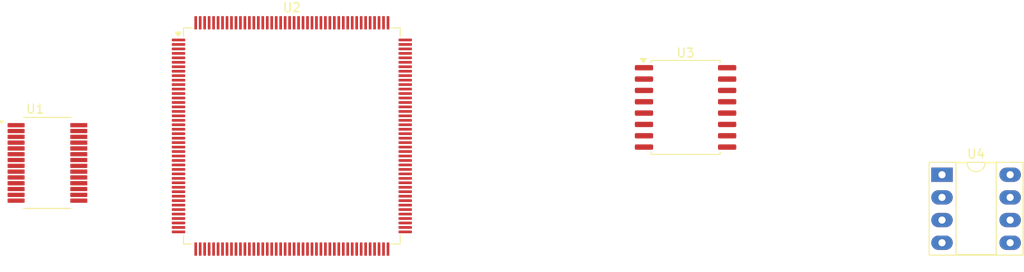
<source format=kicad_pcb>
(kicad_pcb (version 20240108) (generator "pcbnew") (generator_version "8.0")
  (layers (0 "F.Cu" signal) (31 "B.Cu" signal) (34 "B.Paste" user) (35 "F.Paste" user) (36 "B.SilkS" user "B.Silkscreen") (37 "F.SilkS" user "F.Silkscreen") (38 "B.Mask" user) (39 "F.Mask" user) (44 "Edge.Cuts" user))
  (net 0 "")
  (net 29 "Net-(U2-VSS-Pad102)")
  (net 197 "Net-(U3-GND1-Pad2)")
  (net 201 "Net-(U3-GND2-Pad15)")
  (footprint "Package_QFP:LQFP-176_24x24mm_P0.5mm" (layer "F.Cu") (at 155.825 81.25)
    (property "Reference" "U2" (at 0 -14.38 0) (layer "F.SilkS"))
    (property "Value" "STM32F407IETx")
    (fp_line (start -12.11 -12.11) (end -12.11 -11.16) (stroke (width 0.12)) (layer "F.SilkS"))
    (fp_line (start -12.11 12.11) (end -12.11 11.16) (stroke (width 0.12)) (layer "F.SilkS"))
    (fp_line (start -11.16 -12.11) (end -12.11 -12.11) (stroke (width 0.12)) (layer "F.SilkS"))
    (fp_line (start -11.16 12.11) (end -12.11 12.11) (stroke (width 0.12)) (layer "F.SilkS"))
    (fp_line (start 11.16 -12.11) (end 12.11 -12.11) (stroke (width 0.12)) (layer "F.SilkS"))
    (fp_line (start 11.16 12.11) (end 12.11 12.11) (stroke (width 0.12)) (layer "F.SilkS"))
    (fp_line (start 12.11 -12.11) (end 12.11 -11.16) (stroke (width 0.12)) (layer "F.SilkS"))
    (fp_line (start 12.11 12.11) (end 12.11 11.16) (stroke (width 0.12)) (layer "F.SilkS"))
    (fp_poly (pts (xy -12.7125 -11.16) (xy -13.0525 -11.63) (xy -12.3725 -11.63) (xy -12.7125 -11.16)) (stroke (width 0.12)) (fill solid) (layer "F.SilkS"))
    (pad "1" smd roundrect (at -12.675 -10.75) (size 1.5 0.3) (layers "F.Cu" "F.Paste" "F.Mask"))
    (pad "2" smd roundrect (at -12.675 -10.25) (size 1.5 0.3) (layers "F.Cu" "F.Paste" "F.Mask"))
    (pad "3" smd roundrect (at -12.675 -9.75) (size 1.5 0.3) (layers "F.Cu" "F.Paste" "F.Mask"))
    (pad "4" smd roundrect (at -12.675 -9.25) (size 1.5 0.3) (layers "F.Cu" "F.Paste" "F.Mask"))
    (pad "5" smd roundrect (at -12.675 -8.75) (size 1.5 0.3) (layers "F.Cu" "F.Paste" "F.Mask"))
    (pad "6" smd roundrect (at -12.675 -8.25) (size 1.5 0.3) (layers "F.Cu" "F.Paste" "F.Mask"))
    (pad "7" smd roundrect (at -12.675 -7.75) (size 1.5 0.3) (layers "F.Cu" "F.Paste" "F.Mask"))
    (pad "8" smd roundrect (at -12.675 -7.25) (size 1.5 0.3) (layers "F.Cu" "F.Paste" "F.Mask"))
    (pad "9" smd roundrect (at -12.675 -6.75) (size 1.5 0.3) (layers "F.Cu" "F.Paste" "F.Mask"))
    (pad "10" smd roundrect (at -12.675 -6.25) (size 1.5 0.3) (layers "F.Cu" "F.Paste" "F.Mask"))
    (pad "11" smd roundrect (at -12.675 -5.75) (size 1.5 0.3) (layers "F.Cu" "F.Paste" "F.Mask"))
    (pad "12" smd roundrect (at -12.675 -5.25) (size 1.5 0.3) (layers "F.Cu" "F.Paste" "F.Mask"))
    (pad "13" smd roundrect (at -12.675 -4.75) (size 1.5 0.3) (layers "F.Cu" "F.Paste" "F.Mask"))
    (pad "14" smd roundrect (at -12.675 -4.25) (size 1.5 0.3) (layers "F.Cu" "F.Paste" "F.Mask") (net 29 "Net-(U2-VSS-Pad102)"))
    (pad "15" smd roundrect (at -12.675 -3.75) (size 1.5 0.3) (layers "F.Cu" "F.Paste" "F.Mask"))
    (pad "16" smd roundrect (at -12.675 -3.25) (size 1.5 0.3) (layers "F.Cu" "F.Paste" "F.Mask"))
    (pad "17" smd roundrect (at -12.675 -2.75) (size 1.5 0.3) (layers "F.Cu" "F.Paste" "F.Mask"))
    (pad "18" smd roundrect (at -12.675 -2.25) (size 1.5 0.3) (layers "F.Cu" "F.Paste" "F.Mask"))
    (pad "19" smd roundrect (at -12.675 -1.75) (size 1.5 0.3) (layers "F.Cu" "F.Paste" "F.Mask"))
    (pad "20" smd roundrect (at -12.675 -1.25) (size 1.5 0.3) (layers "F.Cu" "F.Paste" "F.Mask"))
    (pad "21" smd roundrect (at -12.675 -0.75) (size 1.5 0.3) (layers "F.Cu" "F.Paste" "F.Mask"))
    (pad "22" smd roundrect (at -12.675 -0.25) (size 1.5 0.3) (layers "F.Cu" "F.Paste" "F.Mask") (net 29 "Net-(U2-VSS-Pad102)"))
    (pad "23" smd roundrect (at -12.675 0.25) (size 1.5 0.3) (layers "F.Cu" "F.Paste" "F.Mask"))
    (pad "24" smd roundrect (at -12.675 0.75) (size 1.5 0.3) (layers "F.Cu" "F.Paste" "F.Mask"))
    (pad "25" smd roundrect (at -12.675 1.25) (size 1.5 0.3) (layers "F.Cu" "F.Paste" "F.Mask"))
    (pad "26" smd roundrect (at -12.675 1.75) (size 1.5 0.3) (layers "F.Cu" "F.Paste" "F.Mask"))
    (pad "27" smd roundrect (at -12.675 2.25) (size 1.5 0.3) (layers "F.Cu" "F.Paste" "F.Mask"))
    (pad "28" smd roundrect (at -12.675 2.75) (size 1.5 0.3) (layers "F.Cu" "F.Paste" "F.Mask"))
    (pad "29" smd roundrect (at -12.675 3.25) (size 1.5 0.3) (layers "F.Cu" "F.Paste" "F.Mask"))
    (pad "30" smd roundrect (at -12.675 3.75) (size 1.5 0.3) (layers "F.Cu" "F.Paste" "F.Mask"))
    (pad "31" smd roundrect (at -12.675 4.25) (size 1.5 0.3) (layers "F.Cu" "F.Paste" "F.Mask"))
    (pad "32" smd roundrect (at -12.675 4.75) (size 1.5 0.3) (layers "F.Cu" "F.Paste" "F.Mask"))
    (pad "33" smd roundrect (at -12.675 5.25) (size 1.5 0.3) (layers "F.Cu" "F.Paste" "F.Mask"))
    (pad "34" smd roundrect (at -12.675 5.75) (size 1.5 0.3) (layers "F.Cu" "F.Paste" "F.Mask"))
    (pad "35" smd roundrect (at -12.675 6.25) (size 1.5 0.3) (layers "F.Cu" "F.Paste" "F.Mask"))
    (pad "36" smd roundrect (at -12.675 6.75) (size 1.5 0.3) (layers "F.Cu" "F.Paste" "F.Mask"))
    (pad "37" smd roundrect (at -12.675 7.25) (size 1.5 0.3) (layers "F.Cu" "F.Paste" "F.Mask"))
    (pad "38" smd roundrect (at -12.675 7.75) (size 1.5 0.3) (layers "F.Cu" "F.Paste" "F.Mask"))
    (pad "39" smd roundrect (at -12.675 8.25) (size 1.5 0.3) (layers "F.Cu" "F.Paste" "F.Mask"))
    (pad "40" smd roundrect (at -12.675 8.75) (size 1.5 0.3) (layers "F.Cu" "F.Paste" "F.Mask"))
    (pad "41" smd roundrect (at -12.675 9.25) (size 1.5 0.3) (layers "F.Cu" "F.Paste" "F.Mask"))
    (pad "42" smd roundrect (at -12.675 9.75) (size 1.5 0.3) (layers "F.Cu" "F.Paste" "F.Mask"))
    (pad "43" smd roundrect (at -12.675 10.25) (size 1.5 0.3) (layers "F.Cu" "F.Paste" "F.Mask"))
    (pad "44" smd roundrect (at -12.675 10.75) (size 1.5 0.3) (layers "F.Cu" "F.Paste" "F.Mask"))
    (pad "45" smd roundrect (at -10.75 12.675) (size 0.3 1.5) (layers "F.Cu" "F.Paste" "F.Mask"))
    (pad "46" smd roundrect (at -10.25 12.675) (size 0.3 1.5) (layers "F.Cu" "F.Paste" "F.Mask"))
    (pad "47" smd roundrect (at -9.75 12.675) (size 0.3 1.5) (layers "F.Cu" "F.Paste" "F.Mask"))
    (pad "48" smd roundrect (at -9.25 12.675) (size 0.3 1.5) (layers "F.Cu" "F.Paste" "F.Mask"))
    (pad "49" smd roundrect (at -8.75 12.675) (size 0.3 1.5) (layers "F.Cu" "F.Paste" "F.Mask"))
    (pad "50" smd roundrect (at -8.25 12.675) (size 0.3 1.5) (layers "F.Cu" "F.Paste" "F.Mask"))
    (pad "51" smd roundrect (at -7.75 12.675) (size 0.3 1.5) (layers "F.Cu" "F.Paste" "F.Mask"))
    (pad "52" smd roundrect (at -7.25 12.675) (size 0.3 1.5) (layers "F.Cu" "F.Paste" "F.Mask"))
    (pad "53" smd roundrect (at -6.75 12.675) (size 0.3 1.5) (layers "F.Cu" "F.Paste" "F.Mask"))
    (pad "54" smd roundrect (at -6.25 12.675) (size 0.3 1.5) (layers "F.Cu" "F.Paste" "F.Mask"))
    (pad "55" smd roundrect (at -5.75 12.675) (size 0.3 1.5) (layers "F.Cu" "F.Paste" "F.Mask"))
    (pad "56" smd roundrect (at -5.25 12.675) (size 0.3 1.5) (layers "F.Cu" "F.Paste" "F.Mask"))
    (pad "57" smd roundrect (at -4.75 12.675) (size 0.3 1.5) (layers "F.Cu" "F.Paste" "F.Mask"))
    (pad "58" smd roundrect (at -4.25 12.675) (size 0.3 1.5) (layers "F.Cu" "F.Paste" "F.Mask"))
    (pad "59" smd roundrect (at -3.75 12.675) (size 0.3 1.5) (layers "F.Cu" "F.Paste" "F.Mask"))
    (pad "60" smd roundrect (at -3.25 12.675) (size 0.3 1.5) (layers "F.Cu" "F.Paste" "F.Mask"))
    (pad "61" smd roundrect (at -2.75 12.675) (size 0.3 1.5) (layers "F.Cu" "F.Paste" "F.Mask") (net 29 "Net-(U2-VSS-Pad102)"))
    (pad "62" smd roundrect (at -2.25 12.675) (size 0.3 1.5) (layers "F.Cu" "F.Paste" "F.Mask"))
    (pad "63" smd roundrect (at -1.75 12.675) (size 0.3 1.5) (layers "F.Cu" "F.Paste" "F.Mask"))
    (pad "64" smd roundrect (at -1.25 12.675) (size 0.3 1.5) (layers "F.Cu" "F.Paste" "F.Mask"))
    (pad "65" smd roundrect (at -0.75 12.675) (size 0.3 1.5) (layers "F.Cu" "F.Paste" "F.Mask"))
    (pad "66" smd roundrect (at -0.25 12.675) (size 0.3 1.5) (layers "F.Cu" "F.Paste" "F.Mask"))
    (pad "67" smd roundrect (at 0.25 12.675) (size 0.3 1.5) (layers "F.Cu" "F.Paste" "F.Mask"))
    (pad "68" smd roundrect (at 0.75 12.675) (size 0.3 1.5) (layers "F.Cu" "F.Paste" "F.Mask"))
    (pad "69" smd roundrect (at 1.25 12.675) (size 0.3 1.5) (layers "F.Cu" "F.Paste" "F.Mask"))
    (pad "70" smd roundrect (at 1.75 12.675) (size 0.3 1.5) (layers "F.Cu" "F.Paste" "F.Mask"))
    (pad "71" smd roundrect (at 2.25 12.675) (size 0.3 1.5) (layers "F.Cu" "F.Paste" "F.Mask") (net 29 "Net-(U2-VSS-Pad102)"))
    (pad "72" smd roundrect (at 2.75 12.675) (size 0.3 1.5) (layers "F.Cu" "F.Paste" "F.Mask"))
    (pad "73" smd roundrect (at 3.25 12.675) (size 0.3 1.5) (layers "F.Cu" "F.Paste" "F.Mask"))
    (pad "74" smd roundrect (at 3.75 12.675) (size 0.3 1.5) (layers "F.Cu" "F.Paste" "F.Mask"))
    (pad "75" smd roundrect (at 4.25 12.675) (size 0.3 1.5) (layers "F.Cu" "F.Paste" "F.Mask"))
    (pad "76" smd roundrect (at 4.75 12.675) (size 0.3 1.5) (layers "F.Cu" "F.Paste" "F.Mask"))
    (pad "77" smd roundrect (at 5.25 12.675) (size 0.3 1.5) (layers "F.Cu" "F.Paste" "F.Mask"))
    (pad "78" smd roundrect (at 5.75 12.675) (size 0.3 1.5) (layers "F.Cu" "F.Paste" "F.Mask"))
    (pad "79" smd roundrect (at 6.25 12.675) (size 0.3 1.5) (layers "F.Cu" "F.Paste" "F.Mask"))
    (pad "80" smd roundrect (at 6.75 12.675) (size 0.3 1.5) (layers "F.Cu" "F.Paste" "F.Mask"))
    (pad "81" smd roundrect (at 7.25 12.675) (size 0.3 1.5) (layers "F.Cu" "F.Paste" "F.Mask"))
    (pad "82" smd roundrect (at 7.75 12.675) (size 0.3 1.5) (layers "F.Cu" "F.Paste" "F.Mask"))
    (pad "83" smd roundrect (at 8.25 12.675) (size 0.3 1.5) (layers "F.Cu" "F.Paste" "F.Mask"))
    (pad "84" smd roundrect (at 8.75 12.675) (size 0.3 1.5) (layers "F.Cu" "F.Paste" "F.Mask"))
    (pad "85" smd roundrect (at 9.25 12.675) (size 0.3 1.5) (layers "F.Cu" "F.Paste" "F.Mask"))
    (pad "86" smd roundrect (at 9.75 12.675) (size 0.3 1.5) (layers "F.Cu" "F.Paste" "F.Mask"))
    (pad "87" smd roundrect (at 10.25 12.675) (size 0.3 1.5) (layers "F.Cu" "F.Paste" "F.Mask"))
    (pad "88" smd roundrect (at 10.75 12.675) (size 0.3 1.5) (layers "F.Cu" "F.Paste" "F.Mask"))
    (pad "89" smd roundrect (at 12.675 10.75) (size 1.5 0.3) (layers "F.Cu" "F.Paste" "F.Mask"))
    (pad "90" smd roundrect (at 12.675 10.25) (size 1.5 0.3) (layers "F.Cu" "F.Paste" "F.Mask") (net 29 "Net-(U2-VSS-Pad102)"))
    (pad "91" smd roundrect (at 12.675 9.75) (size 1.5 0.3) (layers "F.Cu" "F.Paste" "F.Mask"))
    (pad "92" smd roundrect (at 12.675 9.25) (size 1.5 0.3) (layers "F.Cu" "F.Paste" "F.Mask"))
    (pad "93" smd roundrect (at 12.675 8.75) (size 1.5 0.3) (layers "F.Cu" "F.Paste" "F.Mask"))
    (pad "94" smd roundrect (at 12.675 8.25) (size 1.5 0.3) (layers "F.Cu" "F.Paste" "F.Mask"))
    (pad "95" smd roundrect (at 12.675 7.75) (size 1.5 0.3) (layers "F.Cu" "F.Paste" "F.Mask"))
    (pad "96" smd roundrect (at 12.675 7.25) (size 1.5 0.3) (layers "F.Cu" "F.Paste" "F.Mask"))
    (pad "97" smd roundrect (at 12.675 6.75) (size 1.5 0.3) (layers "F.Cu" "F.Paste" "F.Mask"))
    (pad "98" smd roundrect (at 12.675 6.25) (size 1.5 0.3) (layers "F.Cu" "F.Paste" "F.Mask"))
    (pad "99" smd roundrect (at 12.675 5.75) (size 1.5 0.3) (layers "F.Cu" "F.Paste" "F.Mask"))
    (pad "100" smd roundrect (at 12.675 5.25) (size 1.5 0.3) (layers "F.Cu" "F.Paste" "F.Mask"))
    (pad "101" smd roundrect (at 12.675 4.75) (size 1.5 0.3) (layers "F.Cu" "F.Paste" "F.Mask"))
    (pad "102" smd roundrect (at 12.675 4.25) (size 1.5 0.3) (layers "F.Cu" "F.Paste" "F.Mask") (net 29 "Net-(U2-VSS-Pad102)"))
    (pad "103" smd roundrect (at 12.675 3.75) (size 1.5 0.3) (layers "F.Cu" "F.Paste" "F.Mask"))
    (pad "104" smd roundrect (at 12.675 3.25) (size 1.5 0.3) (layers "F.Cu" "F.Paste" "F.Mask"))
    (pad "105" smd roundrect (at 12.675 2.75) (size 1.5 0.3) (layers "F.Cu" "F.Paste" "F.Mask"))
    (pad "106" smd roundrect (at 12.675 2.25) (size 1.5 0.3) (layers "F.Cu" "F.Paste" "F.Mask"))
    (pad "107" smd roundrect (at 12.675 1.75) (size 1.5 0.3) (layers "F.Cu" "F.Paste" "F.Mask"))
    (pad "108" smd roundrect (at 12.675 1.25) (size 1.5 0.3) (layers "F.Cu" "F.Paste" "F.Mask"))
    (pad "109" smd roundrect (at 12.675 0.75) (size 1.5 0.3) (layers "F.Cu" "F.Paste" "F.Mask"))
    (pad "110" smd roundrect (at 12.675 0.25) (size 1.5 0.3) (layers "F.Cu" "F.Paste" "F.Mask"))
    (pad "111" smd roundrect (at 12.675 -0.25) (size 1.5 0.3) (layers "F.Cu" "F.Paste" "F.Mask"))
    (pad "112" smd roundrect (at 12.675 -0.75) (size 1.5 0.3) (layers "F.Cu" "F.Paste" "F.Mask"))
    (pad "113" smd roundrect (at 12.675 -1.25) (size 1.5 0.3) (layers "F.Cu" "F.Paste" "F.Mask") (net 29 "Net-(U2-VSS-Pad102)"))
    (pad "114" smd roundrect (at 12.675 -1.75) (size 1.5 0.3) (layers "F.Cu" "F.Paste" "F.Mask"))
    (pad "115" smd roundrect (at 12.675 -2.25) (size 1.5 0.3) (layers "F.Cu" "F.Paste" "F.Mask"))
    (pad "116" smd roundrect (at 12.675 -2.75) (size 1.5 0.3) (layers "F.Cu" "F.Paste" "F.Mask"))
    (pad "117" smd roundrect (at 12.675 -3.25) (size 1.5 0.3) (layers "F.Cu" "F.Paste" "F.Mask"))
    (pad "118" smd roundrect (at 12.675 -3.75) (size 1.5 0.3) (layers "F.Cu" "F.Paste" "F.Mask"))
    (pad "119" smd roundrect (at 12.675 -4.25) (size 1.5 0.3) (layers "F.Cu" "F.Paste" "F.Mask"))
    (pad "120" smd roundrect (at 12.675 -4.75) (size 1.5 0.3) (layers "F.Cu" "F.Paste" "F.Mask"))
    (pad "121" smd roundrect (at 12.675 -5.25) (size 1.5 0.3) (layers "F.Cu" "F.Paste" "F.Mask"))
    (pad "122" smd roundrect (at 12.675 -5.75) (size 1.5 0.3) (layers "F.Cu" "F.Paste" "F.Mask"))
    (pad "123" smd roundrect (at 12.675 -6.25) (size 1.5 0.3) (layers "F.Cu" "F.Paste" "F.Mask"))
    (pad "124" smd roundrect (at 12.675 -6.75) (size 1.5 0.3) (layers "F.Cu" "F.Paste" "F.Mask"))
    (pad "125" smd roundrect (at 12.675 -7.25) (size 1.5 0.3) (layers "F.Cu" "F.Paste" "F.Mask"))
    (pad "126" smd roundrect (at 12.675 -7.75) (size 1.5 0.3) (layers "F.Cu" "F.Paste" "F.Mask") (net 29 "Net-(U2-VSS-Pad102)"))
    (pad "127" smd roundrect (at 12.675 -8.25) (size 1.5 0.3) (layers "F.Cu" "F.Paste" "F.Mask"))
    (pad "128" smd roundrect (at 12.675 -8.75) (size 1.5 0.3) (layers "F.Cu" "F.Paste" "F.Mask"))
    (pad "129" smd roundrect (at 12.675 -9.25) (size 1.5 0.3) (layers "F.Cu" "F.Paste" "F.Mask"))
    (pad "130" smd roundrect (at 12.675 -9.75) (size 1.5 0.3) (layers "F.Cu" "F.Paste" "F.Mask"))
    (pad "131" smd roundrect (at 12.675 -10.25) (size 1.5 0.3) (layers "F.Cu" "F.Paste" "F.Mask"))
    (pad "132" smd roundrect (at 12.675 -10.75) (size 1.5 0.3) (layers "F.Cu" "F.Paste" "F.Mask"))
    (pad "133" smd roundrect (at 10.75 -12.675) (size 0.3 1.5) (layers "F.Cu" "F.Paste" "F.Mask"))
    (pad "134" smd roundrect (at 10.25 -12.675) (size 0.3 1.5) (layers "F.Cu" "F.Paste" "F.Mask"))
    (pad "135" smd roundrect (at 9.75 -12.675) (size 0.3 1.5) (layers "F.Cu" "F.Paste" "F.Mask") (net 29 "Net-(U2-VSS-Pad102)"))
    (pad "136" smd roundrect (at 9.25 -12.675) (size 0.3 1.5) (layers "F.Cu" "F.Paste" "F.Mask"))
    (pad "137" smd roundrect (at 8.75 -12.675) (size 0.3 1.5) (layers "F.Cu" "F.Paste" "F.Mask"))
    (pad "138" smd roundrect (at 8.25 -12.675) (size 0.3 1.5) (layers "F.Cu" "F.Paste" "F.Mask"))
    (pad "139" smd roundrect (at 7.75 -12.675) (size 0.3 1.5) (layers "F.Cu" "F.Paste" "F.Mask"))
    (pad "140" smd roundrect (at 7.25 -12.675) (size 0.3 1.5) (layers "F.Cu" "F.Paste" "F.Mask"))
    (pad "141" smd roundrect (at 6.75 -12.675) (size 0.3 1.5) (layers "F.Cu" "F.Paste" "F.Mask"))
    (pad "142" smd roundrect (at 6.25 -12.675) (size 0.3 1.5) (layers "F.Cu" "F.Paste" "F.Mask"))
    (pad "143" smd roundrect (at 5.75 -12.675) (size 0.3 1.5) (layers "F.Cu" "F.Paste" "F.Mask"))
    (pad "144" smd roundrect (at 5.25 -12.675) (size 0.3 1.5) (layers "F.Cu" "F.Paste" "F.Mask"))
    (pad "145" smd roundrect (at 4.75 -12.675) (size 0.3 1.5) (layers "F.Cu" "F.Paste" "F.Mask"))
    (pad "146" smd roundrect (at 4.25 -12.675) (size 0.3 1.5) (layers "F.Cu" "F.Paste" "F.Mask"))
    (pad "147" smd roundrect (at 3.75 -12.675) (size 0.3 1.5) (layers "F.Cu" "F.Paste" "F.Mask"))
    (pad "148" smd roundrect (at 3.25 -12.675) (size 0.3 1.5) (layers "F.Cu" "F.Paste" "F.Mask") (net 29 "Net-(U2-VSS-Pad102)"))
    (pad "149" smd roundrect (at 2.75 -12.675) (size 0.3 1.5) (layers "F.Cu" "F.Paste" "F.Mask"))
    (pad "150" smd roundrect (at 2.25 -12.675) (size 0.3 1.5) (layers "F.Cu" "F.Paste" "F.Mask"))
    (pad "151" smd roundrect (at 1.75 -12.675) (size 0.3 1.5) (layers "F.Cu" "F.Paste" "F.Mask"))
    (pad "152" smd roundrect (at 1.25 -12.675) (size 0.3 1.5) (layers "F.Cu" "F.Paste" "F.Mask"))
    (pad "153" smd roundrect (at 0.75 -12.675) (size 0.3 1.5) (layers "F.Cu" "F.Paste" "F.Mask"))
    (pad "154" smd roundrect (at 0.25 -12.675) (size 0.3 1.5) (layers "F.Cu" "F.Paste" "F.Mask"))
    (pad "155" smd roundrect (at -0.25 -12.675) (size 0.3 1.5) (layers "F.Cu" "F.Paste" "F.Mask"))
    (pad "156" smd roundrect (at -0.75 -12.675) (size 0.3 1.5) (layers "F.Cu" "F.Paste" "F.Mask"))
    (pad "157" smd roundrect (at -1.25 -12.675) (size 0.3 1.5) (layers "F.Cu" "F.Paste" "F.Mask"))
    (pad "158" smd roundrect (at -1.75 -12.675) (size 0.3 1.5) (layers "F.Cu" "F.Paste" "F.Mask") (net 29 "Net-(U2-VSS-Pad102)"))
    (pad "159" smd roundrect (at -2.25 -12.675) (size 0.3 1.5) (layers "F.Cu" "F.Paste" "F.Mask"))
    (pad "160" smd roundrect (at -2.75 -12.675) (size 0.3 1.5) (layers "F.Cu" "F.Paste" "F.Mask"))
    (pad "161" smd roundrect (at -3.25 -12.675) (size 0.3 1.5) (layers "F.Cu" "F.Paste" "F.Mask"))
    (pad "162" smd roundrect (at -3.75 -12.675) (size 0.3 1.5) (layers "F.Cu" "F.Paste" "F.Mask"))
    (pad "163" smd roundrect (at -4.25 -12.675) (size 0.3 1.5) (layers "F.Cu" "F.Paste" "F.Mask"))
    (pad "164" smd roundrect (at -4.75 -12.675) (size 0.3 1.5) (layers "F.Cu" "F.Paste" "F.Mask"))
    (pad "165" smd roundrect (at -5.25 -12.675) (size 0.3 1.5) (layers "F.Cu" "F.Paste" "F.Mask"))
    (pad "166" smd roundrect (at -5.75 -12.675) (size 0.3 1.5) (layers "F.Cu" "F.Paste" "F.Mask"))
    (pad "167" smd roundrect (at -6.25 -12.675) (size 0.3 1.5) (layers "F.Cu" "F.Paste" "F.Mask"))
    (pad "168" smd roundrect (at -6.75 -12.675) (size 0.3 1.5) (layers "F.Cu" "F.Paste" "F.Mask"))
    (pad "169" smd roundrect (at -7.25 -12.675) (size 0.3 1.5) (layers "F.Cu" "F.Paste" "F.Mask"))
    (pad "170" smd roundrect (at -7.75 -12.675) (size 0.3 1.5) (layers "F.Cu" "F.Paste" "F.Mask"))
    (pad "171" smd roundrect (at -8.25 -12.675) (size 0.3 1.5) (layers "F.Cu" "F.Paste" "F.Mask"))
    (pad "172" smd roundrect (at -8.75 -12.675) (size 0.3 1.5) (layers "F.Cu" "F.Paste" "F.Mask"))
    (pad "173" smd roundrect (at -9.25 -12.675) (size 0.3 1.5) (layers "F.Cu" "F.Paste" "F.Mask"))
    (pad "174" smd roundrect (at -9.75 -12.675) (size 0.3 1.5) (layers "F.Cu" "F.Paste" "F.Mask"))
    (pad "175" smd roundrect (at -10.25 -12.675) (size 0.3 1.5) (layers "F.Cu" "F.Paste" "F.Mask"))
    (pad "176" smd roundrect (at -10.75 -12.675) (size 0.3 1.5) (layers "F.Cu" "F.Paste" "F.Mask"))
  )
  (footprint "Package_DIP:DIP-8_W7.62mm_Socket_LongPads" (layer "F.Cu") (at 228.525 85.595)
    (property "Reference" "U4" (at 3.81 -2.33 0) (layer "F.SilkS"))
    (property "Value" "MAX485E")
    (fp_line (start -1.44 -1.39) (end -1.44 9.01) (stroke (width 0.12)) (layer "F.SilkS"))
    (fp_line (start -1.44 9.01) (end 9.06 9.01) (stroke (width 0.12)) (layer "F.SilkS"))
    (fp_line (start 1.56 -1.33) (end 1.56 8.95) (stroke (width 0.12)) (layer "F.SilkS"))
    (fp_line (start 1.56 8.95) (end 6.06 8.95) (stroke (width 0.12)) (layer "F.SilkS"))
    (fp_line (start 2.81 -1.33) (end 1.56 -1.33) (stroke (width 0.12)) (layer "F.SilkS"))
    (fp_line (start 6.06 -1.33) (end 4.81 -1.33) (stroke (width 0.12)) (layer "F.SilkS"))
    (fp_line (start 6.06 8.95) (end 6.06 -1.33) (stroke (width 0.12)) (layer "F.SilkS"))
    (fp_line (start 9.06 -1.39) (end -1.44 -1.39) (stroke (width 0.12)) (layer "F.SilkS"))
    (fp_line (start 9.06 9.01) (end 9.06 -1.39) (stroke (width 0.12)) (layer "F.SilkS"))
    (fp_arc (start 4.81 -1.33) (mid 3.81 -0.33) (end 2.81 -1.33) (stroke (width 0.12)) (layer "F.SilkS"))
    (pad "1" thru_hole rect (at 0 0) (size 2.4 1.6) (drill 0.8) (layers "*.Cu" "*.Mask"))
    (pad "2" thru_hole oval (at 0 2.54) (size 2.4 1.6) (drill 0.8) (layers "*.Cu" "*.Mask"))
    (pad "3" thru_hole oval (at 0 5.08) (size 2.4 1.6) (drill 0.8) (layers "*.Cu" "*.Mask"))
    (pad "4" thru_hole oval (at 0 7.62) (size 2.4 1.6) (drill 0.8) (layers "*.Cu" "*.Mask"))
    (pad "5" thru_hole oval (at 7.62 7.62) (size 2.4 1.6) (drill 0.8) (layers "*.Cu" "*.Mask"))
    (pad "6" thru_hole oval (at 7.62 5.08) (size 2.4 1.6) (drill 0.8) (layers "*.Cu" "*.Mask"))
    (pad "7" thru_hole oval (at 7.62 2.54) (size 2.4 1.6) (drill 0.8) (layers "*.Cu" "*.Mask"))
    (pad "8" thru_hole oval (at 7.62 0) (size 2.4 1.6) (drill 0.8) (layers "*.Cu" "*.Mask"))
  )
  (footprint "ADS1256:SOP65P780X200-28N" (layer "F.Cu") (at 128.495 84.275)
    (property "Reference" "U1" (at -1.375 -6.035 0) (layer "F.SilkS"))
    (property "Value" "ADS1256IDBR")
    (fp_line (start -2.65 -5.1) (end 2.65 -5.1) (stroke (width 0.127)) (layer "F.SilkS"))
    (fp_line (start -2.65 5.1) (end 2.65 5.1) (stroke (width 0.127)) (layer "F.SilkS"))
    (fp_circle (center -5.105 -4.605) (end -5.005 -4.605) (stroke (width 0.2)) (fill none) (layer "F.SilkS"))
    (pad "1" smd roundrect (at -3.505 -4.225) (size 1.9 0.48) (layers "F.Cu" "F.Paste" "F.Mask") (roundrect_rratio 0.125))
    (pad "2" smd roundrect (at -3.505 -3.575) (size 1.9 0.48) (layers "F.Cu" "F.Paste" "F.Mask") (roundrect_rratio 0.125))
    (pad "3" smd roundrect (at -3.505 -2.925) (size 1.9 0.48) (layers "F.Cu" "F.Paste" "F.Mask") (roundrect_rratio 0.125))
    (pad "4" smd roundrect (at -3.505 -2.275) (size 1.9 0.48) (layers "F.Cu" "F.Paste" "F.Mask") (roundrect_rratio 0.125))
    (pad "5" smd roundrect (at -3.505 -1.625) (size 1.9 0.48) (layers "F.Cu" "F.Paste" "F.Mask") (roundrect_rratio 0.125))
    (pad "6" smd roundrect (at -3.505 -0.975) (size 1.9 0.48) (layers "F.Cu" "F.Paste" "F.Mask") (roundrect_rratio 0.125))
    (pad "7" smd roundrect (at -3.505 -0.325) (size 1.9 0.48) (layers "F.Cu" "F.Paste" "F.Mask") (roundrect_rratio 0.125))
    (pad "8" smd roundrect (at -3.505 0.325) (size 1.9 0.48) (layers "F.Cu" "F.Paste" "F.Mask") (roundrect_rratio 0.125))
    (pad "9" smd roundrect (at -3.505 0.975) (size 1.9 0.48) (layers "F.Cu" "F.Paste" "F.Mask") (roundrect_rratio 0.125))
    (pad "10" smd roundrect (at -3.505 1.625) (size 1.9 0.48) (layers "F.Cu" "F.Paste" "F.Mask") (roundrect_rratio 0.125))
    (pad "11" smd roundrect (at -3.505 2.275) (size 1.9 0.48) (layers "F.Cu" "F.Paste" "F.Mask") (roundrect_rratio 0.125))
    (pad "12" smd roundrect (at -3.505 2.925) (size 1.9 0.48) (layers "F.Cu" "F.Paste" "F.Mask") (roundrect_rratio 0.125))
    (pad "13" smd roundrect (at -3.505 3.575) (size 1.9 0.48) (layers "F.Cu" "F.Paste" "F.Mask") (roundrect_rratio 0.125))
    (pad "14" smd roundrect (at -3.505 4.225) (size 1.9 0.48) (layers "F.Cu" "F.Paste" "F.Mask") (roundrect_rratio 0.125))
    (pad "15" smd roundrect (at 3.505 4.225) (size 1.9 0.48) (layers "F.Cu" "F.Paste" "F.Mask") (roundrect_rratio 0.125))
    (pad "16" smd roundrect (at 3.505 3.575) (size 1.9 0.48) (layers "F.Cu" "F.Paste" "F.Mask") (roundrect_rratio 0.125))
    (pad "17" smd roundrect (at 3.505 2.925) (size 1.9 0.48) (layers "F.Cu" "F.Paste" "F.Mask") (roundrect_rratio 0.125))
    (pad "18" smd roundrect (at 3.505 2.275) (size 1.9 0.48) (layers "F.Cu" "F.Paste" "F.Mask") (roundrect_rratio 0.125))
    (pad "19" smd roundrect (at 3.505 1.625) (size 1.9 0.48) (layers "F.Cu" "F.Paste" "F.Mask") (roundrect_rratio 0.125))
    (pad "20" smd roundrect (at 3.505 0.975) (size 1.9 0.48) (layers "F.Cu" "F.Paste" "F.Mask") (roundrect_rratio 0.125))
    (pad "21" smd roundrect (at 3.505 0.325) (size 1.9 0.48) (layers "F.Cu" "F.Paste" "F.Mask") (roundrect_rratio 0.125))
    (pad "22" smd roundrect (at 3.505 -0.325) (size 1.9 0.48) (layers "F.Cu" "F.Paste" "F.Mask") (roundrect_rratio 0.125))
    (pad "23" smd roundrect (at 3.505 -0.975) (size 1.9 0.48) (layers "F.Cu" "F.Paste" "F.Mask") (roundrect_rratio 0.125))
    (pad "24" smd roundrect (at 3.505 -1.625) (size 1.9 0.48) (layers "F.Cu" "F.Paste" "F.Mask") (roundrect_rratio 0.125))
    (pad "25" smd roundrect (at 3.505 -2.275) (size 1.9 0.48) (layers "F.Cu" "F.Paste" "F.Mask") (roundrect_rratio 0.125))
    (pad "26" smd roundrect (at 3.505 -2.925) (size 1.9 0.48) (layers "F.Cu" "F.Paste" "F.Mask") (roundrect_rratio 0.125))
    (pad "27" smd roundrect (at 3.505 -3.575) (size 1.9 0.48) (layers "F.Cu" "F.Paste" "F.Mask") (roundrect_rratio 0.125))
    (pad "28" smd roundrect (at 3.505 -4.225) (size 1.9 0.48) (layers "F.Cu" "F.Paste" "F.Mask") (roundrect_rratio 0.125))
  )
  (footprint "Package_SO:SOIC-16W_7.5x10.3mm_P1.27mm" (layer "F.Cu") (at 199.85 78.055)
    (property "Reference" "U3" (at 0 -6.1 0) (layer "F.SilkS"))
    (property "Value" "ADM2483xRW")
    (fp_line (start -3.86 -5.26) (end -3.86 -5.005) (stroke (width 0.12)) (layer "F.SilkS"))
    (fp_line (start -3.86 5.26) (end -3.86 5.005) (stroke (width 0.12)) (layer "F.SilkS"))
    (fp_line (start 0 -5.26) (end -3.86 -5.26) (stroke (width 0.12)) (layer "F.SilkS"))
    (fp_line (start 0 -5.26) (end 3.86 -5.26) (stroke (width 0.12)) (layer "F.SilkS"))
    (fp_line (start 0 5.26) (end -3.86 5.26) (stroke (width 0.12)) (layer "F.SilkS"))
    (fp_line (start 0 5.26) (end 3.86 5.26) (stroke (width 0.12)) (layer "F.SilkS"))
    (fp_line (start 3.86 -5.26) (end 3.86 -5.005) (stroke (width 0.12)) (layer "F.SilkS"))
    (fp_line (start 3.86 5.26) (end 3.86 5.005) (stroke (width 0.12)) (layer "F.SilkS"))
    (fp_poly (pts (xy -4.7125 -5.005) (xy -5.0525 -5.475) (xy -4.3725 -5.475) (xy -4.7125 -5.005)) (stroke (width 0.12)) (fill solid) (layer "F.SilkS"))
    (pad "1" smd roundrect (at -4.65 -4.445) (size 2.05 0.6) (layers "F.Cu" "F.Paste" "F.Mask"))
    (pad "2" smd roundrect (at -4.65 -3.175) (size 2.05 0.6) (layers "F.Cu" "F.Paste" "F.Mask") (net 197 "Net-(U3-GND1-Pad2)"))
    (pad "3" smd roundrect (at -4.65 -1.905) (size 2.05 0.6) (layers "F.Cu" "F.Paste" "F.Mask"))
    (pad "4" smd roundrect (at -4.65 -0.635) (size 2.05 0.6) (layers "F.Cu" "F.Paste" "F.Mask"))
    (pad "5" smd roundrect (at -4.65 0.635) (size 2.05 0.6) (layers "F.Cu" "F.Paste" "F.Mask"))
    (pad "6" smd roundrect (at -4.65 1.905) (size 2.05 0.6) (layers "F.Cu" "F.Paste" "F.Mask"))
    (pad "7" smd roundrect (at -4.65 3.175) (size 2.05 0.6) (layers "F.Cu" "F.Paste" "F.Mask"))
    (pad "8" smd roundrect (at -4.65 4.445) (size 2.05 0.6) (layers "F.Cu" "F.Paste" "F.Mask") (net 197 "Net-(U3-GND1-Pad2)"))
    (pad "9" smd roundrect (at 4.65 4.445) (size 2.05 0.6) (layers "F.Cu" "F.Paste" "F.Mask") (net 201 "Net-(U3-GND2-Pad15)"))
    (pad "10" smd roundrect (at 4.65 3.175) (size 2.05 0.6) (layers "F.Cu" "F.Paste" "F.Mask"))
    (pad "11" smd roundrect (at 4.65 1.905) (size 2.05 0.6) (layers "F.Cu" "F.Paste" "F.Mask"))
    (pad "12" smd roundrect (at 4.65 0.635) (size 2.05 0.6) (layers "F.Cu" "F.Paste" "F.Mask"))
    (pad "13" smd roundrect (at 4.65 -0.635) (size 2.05 0.6) (layers "F.Cu" "F.Paste" "F.Mask"))
    (pad "14" smd roundrect (at 4.65 -1.905) (size 2.05 0.6) (layers "F.Cu" "F.Paste" "F.Mask"))
    (pad "15" smd roundrect (at 4.65 -3.175) (size 2.05 0.6) (layers "F.Cu" "F.Paste" "F.Mask") (net 201 "Net-(U3-GND2-Pad15)"))
    (pad "16" smd roundrect (at 4.65 -4.445) (size 2.05 0.6) (layers "F.Cu" "F.Paste" "F.Mask"))
  )
)
</source>
